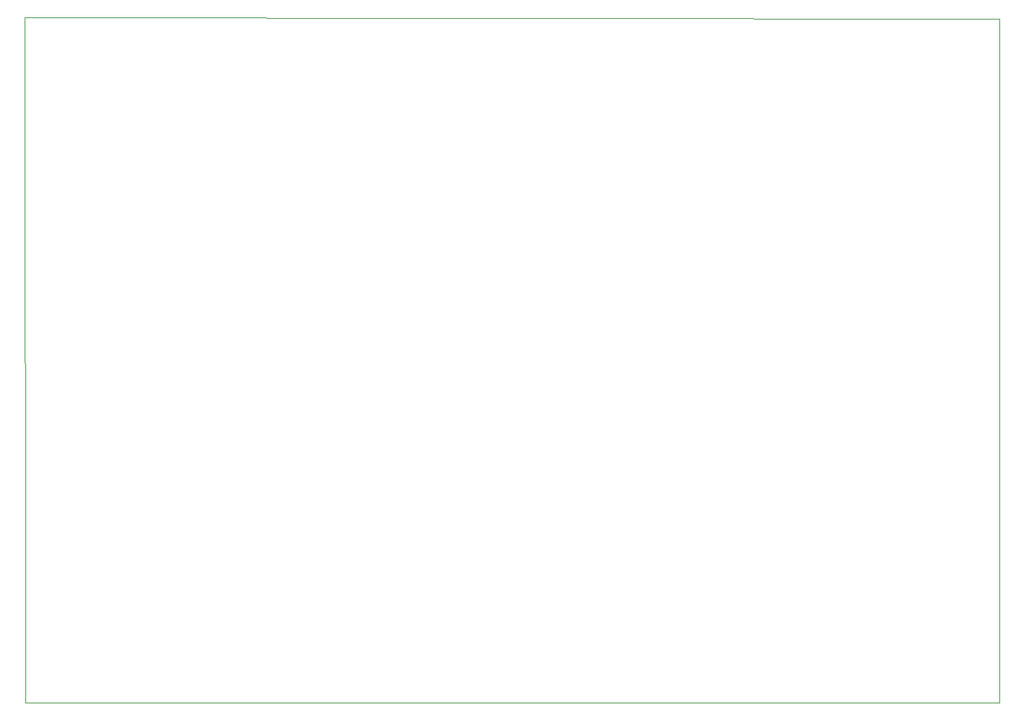
<source format=gbr>
%TF.GenerationSoftware,KiCad,Pcbnew,(6.0.0-0)*%
%TF.CreationDate,2022-02-24T11:08:08-05:00*%
%TF.ProjectId,LED_Controller_Without_Level_Shifter,4c45445f-436f-46e7-9472-6f6c6c65725f,1.0*%
%TF.SameCoordinates,Original*%
%TF.FileFunction,Profile,NP*%
%FSLAX46Y46*%
G04 Gerber Fmt 4.6, Leading zero omitted, Abs format (unit mm)*
G04 Created by KiCad (PCBNEW (6.0.0-0)) date 2022-02-24 11:08:08*
%MOMM*%
%LPD*%
G01*
G04 APERTURE LIST*
%TA.AperFunction,Profile*%
%ADD10C,0.050000*%
%TD*%
G04 APERTURE END LIST*
D10*
X86010000Y-59850000D02*
X200000000Y-60000000D01*
X200000000Y-60000000D02*
X200000000Y-140000000D01*
X200000000Y-140000000D02*
X86060000Y-140020000D01*
X86060000Y-140020000D02*
X86010000Y-59850000D01*
M02*

</source>
